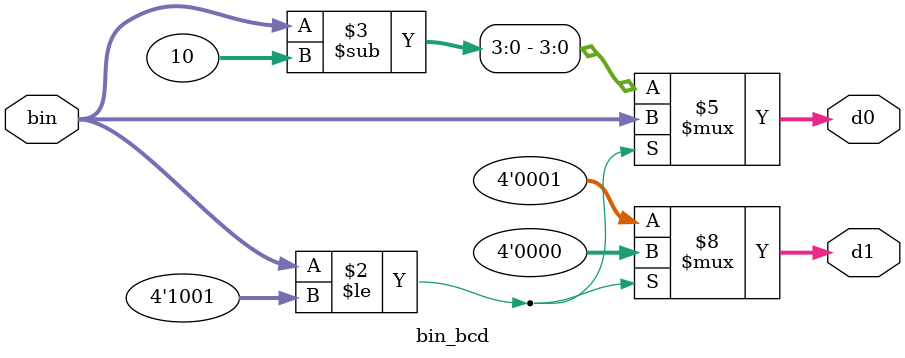
<source format=v>
module bin_bcd
  ( input wire[3:0] bin,  // binary
    output reg[3:0] d1,d0); // bcd

always @(bin)
begin
    if (bin <= 4'b1001) begin
        d1 <= 0;
        d0 <= bin;
    end
    else begin
        d1 <= 1;
        d0 <= bin - 10;
    end

end

endmodule
</source>
